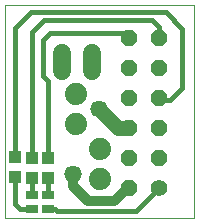
<source format=gtl>
G75*
G70*
%OFA0B0*%
%FSLAX24Y24*%
%IPPOS*%
%LPD*%
%AMOC8*
5,1,8,0,0,1.08239X$1,22.5*
%
%ADD10C,0.0000*%
%ADD11C,0.0740*%
%ADD12C,0.0560*%
%ADD13OC8,0.0560*%
%ADD14R,0.0433X0.0394*%
%ADD15C,0.0600*%
%ADD16R,0.0394X0.0276*%
%ADD17C,0.0320*%
%ADD18C,0.0576*%
%ADD19C,0.0500*%
%ADD20C,0.0160*%
D10*
X001024Y000680D02*
X007324Y000680D01*
X007324Y007767D01*
X001024Y007767D01*
X001024Y000680D01*
D11*
X003414Y003800D03*
X003414Y004800D03*
X004204Y002960D03*
X004204Y001960D03*
D12*
X006174Y001680D03*
D13*
X006174Y002680D03*
X006174Y003680D03*
X006174Y004680D03*
X006174Y005680D03*
X006174Y006680D03*
X005174Y006680D03*
X005174Y005680D03*
X005174Y004680D03*
X005174Y003680D03*
X005174Y002680D03*
X005174Y001680D03*
D14*
X002476Y002015D03*
X002476Y002685D03*
X001933Y002685D03*
X001933Y002015D03*
X001365Y002025D03*
X001365Y002694D03*
D15*
X002934Y005560D02*
X002934Y006160D01*
X003934Y006160D02*
X003934Y005560D01*
D16*
X002473Y001428D03*
X002473Y000956D03*
X001921Y000956D03*
X001921Y001428D03*
D17*
X003284Y001740D02*
X003284Y002130D01*
X003284Y001740D02*
X003794Y001230D01*
X004674Y001230D01*
X005124Y001680D01*
X005174Y001680D01*
D18*
X004174Y004310D03*
X003284Y002130D03*
D19*
X004309Y004165D02*
X004174Y004300D01*
X004309Y004165D02*
X004794Y003680D01*
X005174Y003680D01*
D20*
X004309Y004165D02*
X004184Y004040D01*
X005174Y006680D02*
X005024Y006830D01*
X005005Y006849D01*
X002532Y006849D01*
X002296Y006613D01*
X002296Y005408D01*
X002476Y005229D01*
X002476Y002685D01*
X002476Y002015D02*
X002473Y002012D01*
X002473Y001428D01*
X002473Y000956D02*
X002473Y000956D01*
X002713Y000956D01*
X002776Y000893D01*
X005387Y000893D01*
X006174Y001680D01*
X006237Y004617D02*
X006174Y004680D01*
X006237Y004617D02*
X006536Y004617D01*
X006930Y005011D01*
X006930Y006979D01*
X006383Y007526D01*
X001906Y007526D01*
X001365Y006986D01*
X001365Y002694D01*
X001365Y002025D02*
X001365Y001130D01*
X001540Y000956D01*
X001921Y000956D01*
X001921Y000956D01*
X001921Y001428D02*
X001921Y002004D01*
X001933Y002015D01*
X001933Y002685D02*
X001933Y006864D01*
X002331Y007263D01*
X005942Y007263D01*
X006170Y007034D01*
X006170Y006684D01*
X006174Y006680D01*
M02*

</source>
